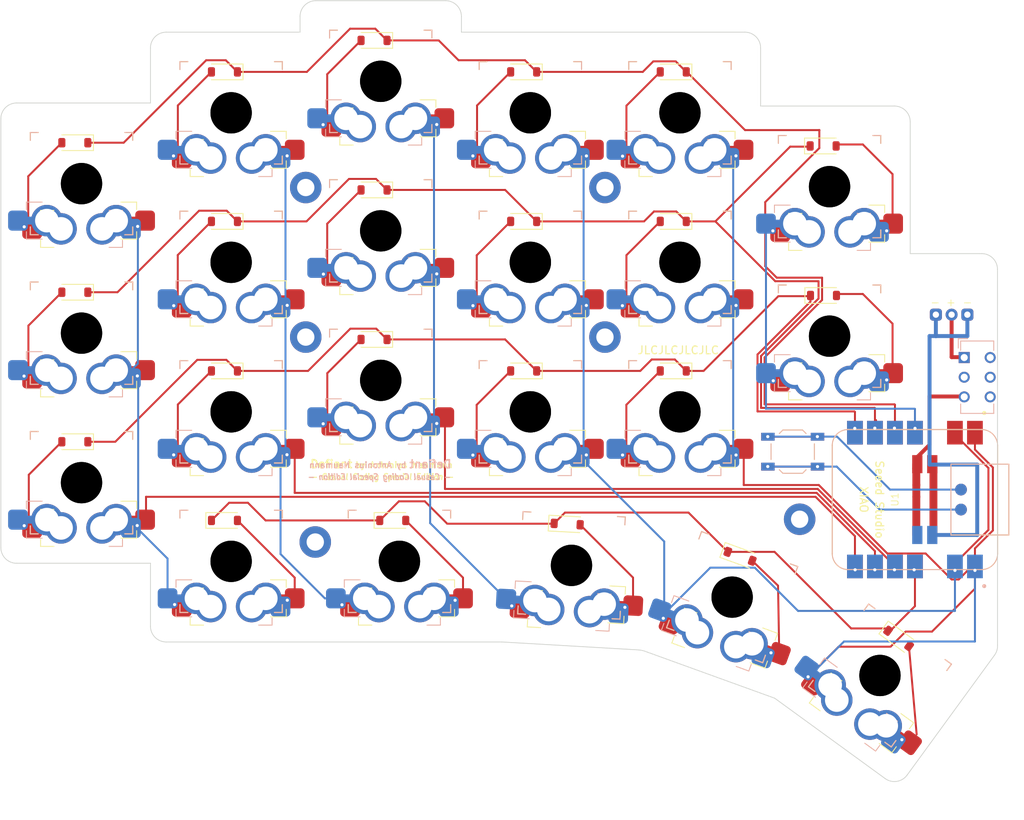
<source format=kicad_pcb>
(kicad_pcb (version 20221018) (generator pcbnew)
  (title_block (title "Defiant") (date "2024-02-18") (rev "v0.1"))
  (layers (0 "F.Cu" signal) (31 "B.Cu" signal) (34 "B.Paste" user) (35 "F.Paste" user) (36 "B.SilkS" user "B.Silkscreen") (37 "F.SilkS" user "F.Silkscreen") (38 "B.Mask" user) (39 "F.Mask" user) (44 "Edge.Cuts" user))
  (net 0 "")
  (net 1 "col0")
  (net 2 "Net-(D1-A)")
  (net 3 "Net-(D2-A)")
  (net 4 "Net-(D3-A)")
  (net 5 "col1")
  (net 6 "Net-(D5-A)")
  (net 7 "Net-(D6-A)")
  (net 8 "Net-(D7-A)")
  (net 9 "col2")
  (net 10 "Net-(D9-A)")
  (net 11 "Net-(D10-A)")
  (net 12 "Net-(D11-A)")
  (net 13 "col3")
  (net 14 "Net-(D13-A)")
  (net 15 "Net-(D14-A)")
  (net 16 "Net-(D15-A)")
  (net 17 "col4")
  (net 18 "Net-(D17-A)")
  (net 19 "Net-(D18-A)")
  (net 20 "Net-(D19-A)")
  (net 21 "row0")
  (net 22 "row1")
  (net 23 "row2")
  (net 24 "row3")
  (net 25 "Net-(D4-A)")
  (net 26 "Net-(D8-A)")
  (net 27 "Net-(D12-A)")
  (net 28 "Net-(D16-A)")
  (net 29 "Net-(D20-A)")
  (net 30 "col5")
  (net 31 "Net-(D22-A)")
  (net 32 "Net-(J1-Pin_1)")
  (net 33 "Net-(J1-Pin_2)")
  (net 34 "Net-(D23-A)")
  (net 35 "Net-(U1-RESET)")
  (net 36 "Net-(SW1-Pad2)")
  (net 38 "Net-(U1-BAT+)")
  (footprint "Diode_SMD:D_SOD-123" (layer "F.Cu") (at 88.326779 104.557218 180)
    (fp_text reference "D3" hide)
    (fp_text value "D")
  )
  (footprint "Diode_SMD:D_SOD-123" (layer "F.Cu") (at 145.32678 57.557217 180)
    (fp_text reference "D13" hide)
    (fp_text value "D")
  )
  (footprint "Defiant:SW_Gateron_LowProfile_HotSwap_PTH_Reversible" (layer "F.Cu") (at 108.176779 119.757219)
    (fp_text reference "T0" hide)
    (fp_text value "SW_PUSH" hide)
  )
  (footprint "Diode_SMD:D_SOD-123" (layer "F.Cu") (at 150.852213 115.020093 -3)
    (fp_text reference "D12" hide)
    (fp_text value "D")
  )
  (footprint "Defiant:SW_Gateron_LowProfile_HotSwap_PTH_Reversible" (layer "F.Cu") (at 151.402214 120.270094 -3)
    (fp_text reference "T2" hide)
    (fp_text value "SW_PUSH" hide)
  )
  (footprint "Diode_SMD:D_SOD-123" (layer "F.Cu") (at 145.326777 76.557217 180)
    (fp_text reference "D14" hide)
    (fp_text value "D")
  )
  (footprint "Diode_SMD:D_SOD-123" (layer "F.Cu") (at 126.32678 91.557217 180)
    (fp_text reference "D11" hide)
    (fp_text value "D")
  )
  (footprint "Seeedstudio XIAO:XIAO-nRF52840-Sense-14P-2.54-21X17.8MM_Reduced_Pins" (layer "F.Cu") (at 195.020412 111.905093 -90)
    (fp_text reference "U1")
    (fp_text value "Seeed Studio XIAO BLE" hide)
  )
  (footprint "Seeedstudio XIAO:Screw Hole M2" (layer "F.Cu") (at 117.652213 91.260093)
    (fp_text reference "REF**" hide)
    (fp_text value "Screw Hole M2")
  )
  (footprint "Diode_SMD:D_SOD-123" (layer "F.Cu") (at 107.326779 95.557217 180)
    (fp_text reference "D7" hide)
    (fp_text value "D")
  )
  (footprint "Diode_SMD:D_SOD-123" (layer "F.Cu") (at 107.326778 57.557217 180)
    (fp_text reference "D5" hide)
    (fp_text value "D")
  )
  (footprint "Diode_SMD:D_SOD-123" (layer "F.Cu") (at 126.326779 72.557218 180)
    (fp_text reference "D10" hide)
    (fp_text value "D")
  )
  (footprint "Diode_SMD:D_SOD-123" (layer "F.Cu") (at 145.326778 95.557217 180)
    (fp_text reference "D15" hide)
    (fp_text value "D")
  )
  (footprint "Diode_SMD:D_SOD-123" (layer "F.Cu") (at 164.326779 57.557218 180)
    (fp_text reference "D17" hide)
    (fp_text value "D")
  )
  (footprint "" (layer "F.Cu") (at 180.377963 114.40677)
    (fp_text reference "")
    (fp_text value "")
  )
  (footprint "" (layer "F.Cu") (at 118.862214 117.300092)
    (fp_text reference "")
    (fp_text value "")
  )
  (footprint "Defiant:SW_Gateron_LowProfile_HotSwap_PTH_Reversible" (layer "F.Cu") (at 184.176784 72.140093)
    (fp_text reference "C5R2" hide)
    (fp_text value "SW_PUSH" hide)
  )
  (footprint "Diode_SMD:D_SOD-123" (layer "F.Cu") (at 128.701777 114.557218)
    (fp_text reference "D8" hide)
    (fp_text value "D")
  )
  (footprint "Defiant:SW_Gateron_LowProfile_HotSwap_PTH_Reversible" (layer "F.Cu") (at 190.577573 134.259665 -36)
    (fp_text reference "T4" hide)
    (fp_text value "SW_PUSH" hide)
  )
  (footprint "Defiant:SW_Gateron_LowProfile_HotSwap_PTH_Reversible" (layer "F.Cu") (at 129.551779 119.757218)
    (fp_text reference "T1" hide)
    (fp_text value "SW_PUSH" hide)
  )
  (footprint "Diode_SMD:D_SOD-123" (layer "F.Cu") (at 107.326779 114.557217)
    (fp_text reference "D4" hide)
    (fp_text value "D")
  )
  (footprint "Diode_SMD:D_SOD-123" (layer "F.Cu") (at 126.326778 53.557219 180)
    (fp_text reference "D9" hide)
    (fp_text value "D")
  )
  (footprint "Seeedstudio XIAO:Screw Hole M2" (layer "F.Cu") (at 155.652214 72.250093)
    (fp_text reference "REF**" hide)
    (fp_text value "Screw Hole M2")
  )
  (footprint "Button_Switch_SMD:SW_SPST_TL3342" (layer "F.Cu") (at 179.497963 105.81677)
    (fp_text reference "SW1" hide)
    (fp_text value "SW_Push")
  )
  (footprint "Diode_SMD:D_SOD-123" (layer "F.Cu") (at 88.326778 85.557218 180)
    (fp_text reference "D2" hide)
    (fp_text value "D")
  )
  (footprint "Diode_SMD:D_SOD-123" (layer "F.Cu") (at 183.361783 66.970092)
    (fp_text reference "D22" hide)
    (fp_text value "D")
  )
  (footprint "Seeedstudio XIAO:Lipo Connector" (layer "F.Cu") (at 199.677963 88.406771 180)
    (fp_text reference "J1" hide)
    (fp_text value "Conn_01x02_Pin")
  )
  (footprint "Defiant:SW_Gateron_LowProfile_HotSwap_PTH_Reversible" (layer "F.Cu") (at 171.804793 124.303461 -20)
    (fp_text reference "T3" hide)
    (fp_text value "SW_PUSH" hide)
  )
  (footprint "Diode_SMD:D_SOD-123" (layer "F.Cu") (at 192.947031 129.548197 -36)
    (fp_text reference "D20" hide)
    (fp_text value "D")
  )
  (footprint "Diode_SMD:D_SOD-123" (layer "F.Cu") (at 164.326779 95.557217 180)
    (fp_text reference "D19" hide)
    (fp_text value "D")
  )
  (footprint "Diode_SMD:D_SOD-123" (layer "F.Cu") (at 107.326779 76.557217 180)
    (fp_text reference "D6" hide)
    (fp_text value "D")
  )
  (footprint "Defiant:SW_Gateron_LowProfile_HotSwap_PTH_Reversible" (layer "F.Cu") (at 184.176785 91.140094)
    (fp_text reference "C5R3" hide)
    (fp_text value "SW_PUSH" hide)
  )
  (footprint "Diode_SMD:D_SOD-123" (layer "F.Cu") (at 183.404284 85.970093)
    (fp_text reference "D23" hide)
    (fp_text value "D")
  )
  (footprint "Diode_SMD:D_SOD-123" (layer "F.Cu") (at 164.326779 76.557216 180)
    (fp_text reference "D18" hide)
    (fp_text value "D")
  )
  (footprint "Diode_SMD:D_SOD-123" (layer "F.Cu") (at 172.804829 119.116526 -20)
    (fp_text reference "D16" hide)
    (fp_text value "D")
  )
  (footprint "Seeedstudio XIAO:Screw Hole M2" (layer "F.Cu") (at 117.652214 72.250093)
    (fp_text reference "REF**" hide)
    (fp_text value "Screw Hole M2")
  )
  (footprint "Seeedstudio XIAO:Screw Hole M2" (layer "F.Cu") (at 155.652214 91.260092)
    (fp_text reference "REF**" hide)
    (fp_text value "Screw Hole M2")
  )
  (footprint "Diode_SMD:D_SOD-123" (layer "F.Cu") (at 88.326777 66.557217 180)
    (fp_text reference "D1" hide)
    (fp_text value "D")
  )
  (footprint "Defiant:SW_Gateron_LowProfile_HotSwap_PTH_Reversible" (layer "B.Cu") (at 146.176778 62.757218 180)
    (fp_text reference "C3R1" hide)
    (fp_text value "SW_PUSH" hide)
  )
  (footprint "Defiant:SW_Gateron_LowProfile_HotSwap_PTH_Reversible" (layer "B.Cu") (at 146.176778 100.757216 180)
    (fp_text reference "C3R3" hide)
    (fp_text value "SW_PUSH" hide)
  )
  (footprint "Defiant:SW_Gateron_LowProfile_HotSwap_PTH_Reversible" (layer "B.Cu") (at 127.176777 96.757217 180)
    (fp_text reference "C2R3" hide)
    (fp_text value "SW_PUSH" hide)
  )
  (footprint "Defiant:SW_Gateron_LowProfile_HotSwap_PTH_Reversible" (layer "B.Cu") (at 146.176778 81.757218 180)
    (fp_text reference "C3R2" hide)
    (fp_text value "SW_PUSH" hide)
  )
  (footprint "Defiant:SW_Gateron_LowProfile_HotSwap_PTH_Reversible" (layer "B.Cu") (at 89.176779 90.757216 180)
    (fp_text reference "C0R2" hide)
    (fp_text value "SW_PUSH" hide)
  )
  (footprint "Defiant:SW_Gateron_LowProfile_HotSwap_PTH_Reversible" (layer "B.Cu") (at 89.176778 71.757218 180)
    (fp_text reference "C0R1" hide)
    (fp_text value "SW_PUSH" hide)
  )
  (footprint "Defiant:SW_Gateron_LowProfile_HotSwap_PTH_Reversible" (layer "B.Cu") (at 89.176778 109.757217 180)
    (fp_text reference "C0R3" hide)
    (fp_text value "SW_PUSH" hide)
  )
  (footprint "Defiant:SW_Gateron_LowProfile_HotSwap_PTH_Reversible" (layer "B.Cu") (at 165.176779 81.757218 180)
    (fp_text reference "C4R2" hide)
    (fp_text value "SW_PUSH" hide)
  )
  (footprint "Defiant:SW_Gateron_LowProfile_HotSwap_PTH_Reversible" (layer "B.Cu") (at 108.176778 100.757217 180)
    (fp_text reference "C1R3" hide)
    (fp_text value "SW_PUSH" hide)
  )
  (footprint "Button_Switch_THT:SW_CuK_JS202011AQN_DPDT_Angled" (layer "B.Cu") (at 201.277964 93.85677 -90)
    (fp_text reference "SW3" hide)
    (fp_text value "SW_DP3T")
  )
  (footprint "Button_Switch_SMD:SW_SPST_TL3342" (layer "B.Cu") (at 179.497963 105.81677 180)
    (fp_text reference "SW2" hide)
    (fp_text value "SW_Push")
  )
  (footprint "Defiant:SW_Gateron_LowProfile_HotSwap_PTH_Reversible" (layer "B.Cu") (at 127.176777 77.757217 180)
    (fp_text reference "C2R2" hide)
    (fp_text value "SW_PUSH" hide)
  )
  (footprint "Defiant:SW_Gateron_LowProfile_HotSwap_PTH_Reversible" (layer "B.Cu") (at 127.176779 58.757217 180)
    (fp_text reference "C2R1" hide)
    (fp_text value "SW_PUSH" hide)
  )
  (footprint "Defiant:SW_Gateron_LowProfile_HotSwap_PTH_Reversible" (layer "B.Cu") (at 108.176779 81.757218 180)
    (fp_text reference "C1R2" hide)
    (fp_text value "SW_PUSH" hide)
  )
  (footprint "Defiant:SW_Gateron_LowProfile_HotSwap_PTH_Reversible" (layer "B.Cu") (at 165.176778 100.757217 180)
    (fp_text reference "C4R3" hide)
    (fp_text value "SW_PUSH" hide)
  )
  (footprint "Defiant:SW_Gateron_LowProfile_HotSwap_PTH_Reversible" (layer "B.Cu") (at 108.176779 62.757217 180)
    (fp_text reference "C1R1" hide)
    (fp_text value "SW_PUSH" hide)
  )
  (footprint "Defiant:SW_Gateron_LowProfile_HotSwap_PTH_Reversible" (layer "B.Cu") (at 165.176778 62.757217 180)
    (fp_text reference "C4R1" hide)
    (fp_text value "SW_PUSH" hide)
  )
  (gr_line (start 118.932214 48.510094) (end 135.422214 48.510093) (stroke (width 0.1)) (layer "Edge.Cuts"))
  (gr_line (start 194.422233 63.900074) (end 194.422214 80.650093) (stroke (width 0.1)) (layer "Edge.Cuts"))
  (gr_arc (start 173.422325 52.510093) (mid 174.836491 53.095903) (end 175.422325 54.510094) (stroke (width 0.1)) (layer "Edge.Cuts"))
  (gr_line (start 161.002214 131.280092) (end 177.21 137.15) (stroke (width 0.1)) (layer "Edge.Cuts"))
  (gr_arc (start 159.928974 131.012535) (mid 160.475858 131.105142) (end 161.002214 131.280092) (stroke (width 0.1)) (layer "Edge.Cuts"))
  (gr_line (start 175.422325 54.510094) (end 175.422325 61.900093) (stroke (width 0.1)) (layer "Edge.Cuts"))
  (gr_line (start 142.542215 130.000092) (end 159.928974 131.012535) (stroke (width 0.1)) (layer "Edge.Cuts"))
  (gr_arc (start 205.509941 130.398176) (mid 205.43 131.07) (end 205.130624 131.676718) (stroke (width 0.1)) (layer "Edge.Cuts"))
  (gr_line (start 194.422214 80.650093) (end 203.502214 80.650093) (stroke (width 0.1)) (layer "Edge.Cuts"))
  (gr_line (start 97.932215 54.510094) (end 97.932214 61.510093) (stroke (width 0.1)) (layer "Edge.Cuts"))
  (gr_line (start 80.932214 61.510093) (end 97.932214 61.510093) (stroke (width 0.1)) (layer "Edge.Cuts"))
  (gr_line (start 97.932215 128.000092) (end 97.932216 120.000093) (stroke (width 0.1)) (layer "Edge.Cuts"))
  (gr_arc (start 116.932214 50.510093) (mid 117.517989 49.095847) (end 118.932214 48.510094) (stroke (width 0.1)) (layer "Edge.Cuts"))
  (gr_arc (start 203.502214 80.650093) (mid 204.916358 81.235929) (end 205.502214 82.650094) (stroke (width 0.1)) (layer "Edge.Cuts"))
  (gr_arc (start 99.932215 130.000091) (mid 98.518025 129.41429) (end 97.932215 128.000092) (stroke (width 0.1)) (layer "Edge.Cuts"))
  (gr_arc (start 80.932213 120.000093) (mid 79.517964 119.41434) (end 78.932214 118.000093) (stroke (width 0.1)) (layer "Edge.Cuts"))
  (gr_arc (start 97.932215 54.510094) (mid 98.51799 53.095847) (end 99.932215 52.510093) (stroke (width 0.1)) (layer "Edge.Cuts"))
  (gr_arc (start 194.028079 146.915603) (mid 192.722904 147.715427) (end 191.234474 147.358065) (stroke (width 0.1)) (layer "Edge.Cuts"))
  (gr_line (start 78.932214 63.510094) (end 78.932214 118.000093) (stroke (width 0.1)) (layer "Edge.Cuts"))
  (gr_line (start 99.932215 52.510093) (end 116.932216 52.510094) (stroke (width 0.1)) (layer "Edge.Cuts"))
  (gr_arc (start 135.422214 48.510093) (mid 136.836451 49.095864) (end 137.422213 50.510093) (stroke (width 0.1)) (layer "Edge.Cuts"))
  (gr_line (start 173.422325 52.510093) (end 137.422213 52.510094) (stroke (width 0.1)) (layer "Edge.Cuts"))
  (gr_arc (start 78.932214 63.510094) (mid 79.518003 62.095889) (end 80.932214 61.510093) (stroke (width 0.1)) (layer "Edge.Cuts"))
  (gr_line (start 116.932214 50.510093) (end 116.932216 52.510093) (stroke (width 0.1)) (layer "Edge.Cuts"))
  (gr_line (start 99.932215 130.000091) (end 142.542215 130.000092) (stroke (width 0.1)) (layer "Edge.Cuts"))
  (gr_line (start 205.130624 131.676718) (end 194.028079 146.915603) (stroke (width 0.1)) (layer "Edge.Cuts"))
  (gr_line (start 137.422213 50.510093) (end 137.422212 52.510093) (stroke (width 0.1)) (layer "Edge.Cuts"))
  (gr_line (start 80.932213 120.000093) (end 97.932216 120.000093) (stroke (width 0.1)) (layer "Edge.Cuts"))
  (gr_arc (start 192.422233 61.900074) (mid 193.836465 62.48585) (end 194.422233 63.900074) (stroke (width 0.1)) (layer "Edge.Cuts"))
  (gr_line (start 192.422233 61.900074) (end 175.422214 61.900074) (stroke (width 0.1)) (layer "Edge.Cuts"))
  (gr_line (start 205.509941 130.398176) (end 205.502214 82.650094) (stroke (width 0.1)) (layer "Edge.Cuts"))
  (gr_line (start 191.234474 147.358065) (end 177.21 137.15) (stroke (width 0.1)) (layer "Edge.Cuts"))
  (gr_text "Defiant\n" (at 136.26 107.99) (layer "B.SilkS") (effects (font (size 1 1) (thickness 0.2) bold) (justify left bottom mirror)))
  (gr_text "by Antonius Naumann" (at 130.51 107.96) (layer "B.SilkS") (effects (font (size 0.75 0.75)) (justify left bottom mirror)))
  (gr_text "- Casual Coding Special Edition -" (at 136.19 109.47) (layer "B.SilkS") (effects (font (size 0.75 0.67) (thickness 0.15) italic) (justify left bottom mirror)))
  (gr_text "JLCJLCJLCJLC" (at 159.727963 93.50677) (layer "F.SilkS") (effects (font (size 1 1)) (justify left bottom)))
  (gr_text "by Antonius Naumann" (at 123.88 107.95) (layer "F.SilkS") (effects (font (size 0.75 0.75)) (justify left bottom)))
  (gr_text "- Casual Coding Special Edition -" (at 118.2 109.46) (layer "F.SilkS") (effects (font (size 0.75 0.67) (thickness 0.15) italic) (justify left bottom)))
  (gr_text "Defiant\n" (at 118.13 107.98) (layer "F.SilkS") (effects (font (size 1 1) (thickness 0.2) bold) (justify left bottom)))
  (segment (start 97.368434 113.340562) (end 97.368433 111.55677) (width 0.25) (layer "F.Cu") (net 1))
  (segment (start 182.405171 111.556771) (end 187.400412 116.552012) (width 0.25) (layer "F.Cu") (net 1))
  (segment (start 97.251778 113.457217) (end 97.368434 113.340562) (width 0.25) (layer "F.Cu") (net 1))
  (segment (start 97.368433 111.55677) (end 182.405171 111.556771) (width 0.25) (layer "F.Cu") (net 1))
  (segment (start 187.400412 116.552012) (end 187.400412 120.905093) (width 0.25) (layer "F.Cu") (net 1))
  (via (at 96.266778 96.197217) (size 0.8) (drill 0.4) (layers "F.Cu" "B.Cu") (net 1))
  (via (at 187.420411 120.830094) (size 0.8) (drill 0.4) (layers "F.Cu" "B.Cu") (net 1))
  (via (at 96.306778 77.197217) (size 0.8) (drill 0.4) (layers "F.Cu" "B.Cu") (net 1))
  (via (at 96.246779 115.207217) (size 0.8) (drill 0.4) (layers "F.Cu" "B.Cu") (net 1))
  (via (at 100.996778 125.247217) (size 0.8) (drill 0.4) (layers "F.Cu" "B.Cu") (net 1))
  (segment (start 95.451778 114.507217) (end 96.372214 114.507217) (width 0.25) (layer "B.Cu") (net 1))
  (segment (start 95.451777 114.757217) (end 100.101779 119.407219) (width 0.25) (layer "B.Cu") (net 1))
  (segment (start 96.372214 96.427652) (end 95.451779 95.507217) (width 0.25) (layer "B.Cu") (net 1))
  (segment (start 100.101779 119.407219) (end 100.101779 124.457219) (width 0.25) (layer "B.Cu") (net 1))
  (segment (start 95.451779 95.507217) (end 96.332214 94.626781) (width 0.25) (layer "B.Cu") (net 1))
  (segment (start 96.372214 114.507217) (end 96.372214 96.427652) (width 0.25) (layer "B.Cu") (net 1))
  (segment (start 96.332214 77.387653) (end 95.451779 76.507218) (width 0.25) (layer "B.Cu") (net 1))
  (segment (start 96.332214 94.626781) (end 96.332214 77.387653) (width 0.25) (layer "B.Cu") (net 1))
  (segment (start 82.41 70.823996) (end 82.41 77.015438) (width 0.25) (layer "F.Cu") (net 2))
  (segment (start 82.41 76.015438) (end 82.901778 76.507216) (width 0.25) (layer "F.Cu") (net 2))
  (segment (start 86.676779 66.557217) (end 82.41 70.823996) (width 0.25) (layer "F.Cu") (net 2))
  (via (at 81.896777 77.247217) (size 0.8) (drill 0.4) (layers "F.Cu" "B.Cu") (net 2))
  (segment (start 82.43 95.035438) (end 82.901779 95.507217) (width 0.25) (layer "F.Cu") (net 3))
  (segment (start 86.676779 85.557216) (end 82.43 89.803995) (width 0.25) (layer "F.Cu") (net 3))
  (segment (start 82.43 89.803995) (end 82.43 96.035438) (width 0.25) (layer "F.Cu") (net 3))
  (via (at 81.876778 96.217218) (size 0.8) (drill 0.4) (layers "F.Cu" "B.Cu") (net 3))
  (segment (start 86.676779 104.557218) (end 82.48 108.753997) (width 0.25) (layer "F.Cu") (net 4))
  (segment (start 82.48 108.753997) (end 82.48 115.085438) (width 0.25) (layer "F.Cu") (net 4))
  (segment (start 82.48 114.085438) (end 82.901779 114.507217) (width 0.25) (layer "F.Cu") (net 4))
  (via (at 81.896779 115.227217) (size 0.8) (drill 0.4) (layers "F.Cu" "B.Cu") (net 4))
  (segment (start 189.940412 118.455615) (end 189.940412 120.905093) (width 0.25) (layer "F.Cu") (net 5))
  (segment (start 182.541567 111.05677) (end 189.940412 118.455615) (width 0.25) (layer "F.Cu") (net 5))
  (segment (start 116.251777 105.457217) (end 116.251777 111.05677) (width 0.25) (layer "F.Cu") (net 5))
  (segment (start 116.251777 111.05677) (end 182.541567 111.05677) (width 0.25) (layer "F.Cu") (net 5))
  (via (at 122.251778 125.277217) (size 0.8) (drill 0.4) (layers "F.Cu" "B.Cu") (net 5))
  (via (at 189.920411 120.830093) (size 0.8) (drill 0.4) (layers "F.Cu" "B.Cu") (net 5))
  (via (at 115.286778 68.227218) (size 0.8) (drill 0.4) (layers "F.Cu" "B.Cu") (net 5))
  (via (at 115.296779 87.227217) (size 0.8) (drill 0.4) (layers "F.Cu" "B.Cu") (net 5))
  (via (at 115.266778 106.207218) (size 0.8) (drill 0.4) (layers "F.Cu" "B.Cu") (net 5))
  (segment (start 114.451778 106.507216) (end 114.451778 118.830586) (width 0.25) (layer "B.Cu") (net 5))
  (segment (start 115.08 68.520001) (end 115.08 87.52) (width 0.25) (layer "B.Cu") (net 5))
  (segment (start 120.078411 124.457218) (end 121.476778 124.457218) (width 0.25) (layer "B.Cu") (net 5))
  (segment (start 115.08 87.52) (end 115.079999 106.519999) (width 0.25) (layer "B.Cu") (net 5))
  (segment (start 114.451778 118.830586) (end 120.078411 124.457218) (width 0.25) (layer "B.Cu") (net 5))
  (segment (start 101.41 68.015438) (end 101.901779 68.507217) (width 0.25) (layer "F.Cu") (net 6))
  (segment (start 105.676779 57.557217) (end 101.41 61.823996) (width 0.25) (layer "F.Cu") (net 6))
  (segment (start 101.41 61.823996) (end 101.41 68.015438) (width 0.25) (layer "F.Cu") (net 6))
  (via (at 100.85678 68.237217) (size 0.8) (drill 0.4) (layers "F.Cu" "B.Cu") (net 6))
  (segment (start 105.676778 76.557218) (end 101.4 80.833996) (width 0.25) (layer "F.Cu") (net 7))
  (segment (start 101.4 87.005439) (end 101.901779 87.507218) (width 0.25) (layer "F.Cu") (net 7))
  (segment (start 101.4 80.833996) (end 101.4 87.005439) (width 0.25) (layer "F.Cu") (net 7))
  (via (at 100.886778 87.267216) (size 0.8) (drill 0.4) (layers "F.Cu" "B.Cu") (net 7))
  (segment (start 105.676779 95.557218) (end 101.41 99.823997) (width 0.25) (layer "F.Cu") (net 8))
  (segment (start 101.41 106.015438) (end 101.901779 106.507217) (width 0.25) (layer "F.Cu") (net 8))
  (segment (start 101.41 99.823997) (end 101.41 106.015438) (width 0.25) (layer "F.Cu") (net 8))
  (via (at 100.876778 106.227218) (size 0.8) (drill 0.4) (layers "F.Cu" "B.Cu") (net 8))
  (segment (start 135.251778 101.457216) (end 135.332215 101.537653) (width 0.25) (layer "F.Cu") (net 9))
  (segment (start 192.480412 120.35922) (end 192.480412 120.905092) (width 0.25) (layer "F.Cu") (net 9))
  (segment (start 182.677963 110.556771) (end 192.480412 120.35922) (width 0.25) (layer "F.Cu") (net 9))
  (segment (start 135.332215 101.537653) (end 135.332214 110.556769) (width 0.25) (layer "F.Cu") (net 9))
  (segment (start 135.332214 110.556769) (end 182.677963 110.556771) (width 0.25) (layer "F.Cu") (net 9))
  (via (at 134.286778 83.227216) (size 0.8) (drill 0.4) (layers "F.Cu" "B.Cu") (net 9))
  (via (at 143.812215 125.420093) (size 0.8) (drill 0.4) (layers "F.Cu" "B.Cu") (net 9))
  (via (at 134.28678 64.247217) (size 0.8) (drill 0.4) (layers "F.Cu" "B.Cu") (net 9))
  (via (at 192.420412 120.830095) (size 0.8) (drill 0.4) (layers "F.Cu" "B.Cu") (net 9))
  (via (at 134.286777 102.237217) (size 0.8) (drill 0.4) (layers "F.Cu" "B.Cu") (net 9))
  (segment (start 133.940001 64.45) (end 133.94 83.45) (width 0.25) (layer "B.Cu") (net 9))
  (segment (start 133.451778 102.507217) (end 133.451778 114.900517) (width 0.25) (layer "B.Cu") (net 9))
  (segment (start 133.451778 114.900517) (end 143.092302 124.54104) (width 0.25) (layer "B.Cu") (net 9))
  (segment (start 133.94 83.45) (end 133.939998 102.450001) (width 0.25) (layer "B.Cu") (net 9))
  (segment (start 120.38 63.985438) (end 120.901779 64.507217) (width 0.25) (layer "F.Cu") (net 10))
  (segment (start 124.676779 53.557218) (end 120.38 57.853997) (width 0.25) (layer "F.Cu") (net 10))
  (segment (start 120.38 57.853997) (end 120.38 63.985438) (width 0.25) (layer "F.Cu") (net 10))
  (via (at 119.856779 64.267219) (size 0.8) (drill 0.4) (layers "F.Cu" "B.Cu") (net 10))
  (segment (start 120.38 82.985438) (end 120.901779 83.507217) (width 0.25) (layer "F.Cu") (net 11))
  (segment (start 120.38 76.853995) (end 120.38 82.985438) (width 0.25) (layer "F.Cu") (net 11))
  (segment (start 124.676777 72.557218) (end 120.38 76.853995) (width 0.25) (layer "F.Cu") (net 11))
  (via (at 119.89678 83.257217) (size 0.8) (drill 0.4) (layers "F.Cu" "B.Cu") (net 11))
  (segment (start 120.39 101.995441) (end 120.901777 102.507218) (width 0.25) (layer "F.Cu") (net 12))
  (segment (start 124.676779 91.557216) (end 120.39 95.843995) (width 0.25) (layer "F.Cu") (net 12))
  (segment (start 120.39 95.843995) (end 120.39 101.995441) (width 0.25) (layer "F.Cu") (net 12))
  (via (at 119.866779 102.277217) (size 0.8) (drill 0.4) (layers "F.Cu" "B.Cu") (net 12))
  (segment (start 200.100411 103.64649) (end 204.352215 107.898291) (width 0.25) (layer "F.Cu") (net 13))
  (segment (start 200.100412 120.013699) (end 200.100411 120.905092) (width 0.25) (layer "F.Cu") (net 13))
  (segment (start 200.100412 102.905094) (end 200.100411 103.64649) (width 0.25) (layer "F.Cu") (net 13))
  (segment (start 204.352215 107.898291) (end 204.352214 115.761895) (width 0.25) (layer "F.Cu") (net 13))
  (segment (start 204.352214 115.761895) (end 200.100412 120.013699) (width 0.25) (layer "F.Cu") (net 13))
  (via (at 163.06046 126.996476) (size 0.8) (drill 0.4) (layers "F.Cu" "B.Cu") (net 13))
  (via (at 153.28678 87.237217) (size 0.8) (drill 0.4) (layers "F.Cu" "B.Cu") (net 13))
  (via (at 153.296778 68.237218) (size 0.8) (drill 0.4) (layers "F.Cu" "B.Cu") (net 13))
  (via (at 153.286781 106.237218) (size 0.8) (drill 0.4) (layers "F.Cu" "B.Cu") (net 13))
  (via (at 200.100411 120.905092) (size 0.8) (drill 0.4) (layers "F.Cu" "B.Cu") (net 13))
  (segment (start 163.361034 126.23182) (end 169.036085 120.55677) (width 0.25) (layer "B.Cu") (net 13))
  (segment (start 180.177963 126.05677) (end 200.100412 126.056769) (width 0.25) (layer "B.Cu") (net 13))
  (segment (start 152.94 87.45) (end 152.939999 106.450001) (width 0.25) (layer "B.Cu") (net 13))
  (segment (start 163.177963 126.048749) (end 163.177963 117.2334) (width 0.25) (layer "B.Cu") (net 13))
  (segment (start 200.100412 126.056769) (end 200.100412 120.905093) (width 0.25) (layer "B.Cu") (net 13))
  (segment (start 169.036085 120.55677) (end 174.677964 120.55677) (width 0.25) (layer "B.Cu") (net 13))
  (segment (start 163.177963 117.2334) (end 152.451779 106.507216) (width 0.25) (layer "B.Cu") (net 13))
  (segment (start 163.361034 126.23182) (end 163.177963 126.048749) (width 0.25) (layer "B.Cu") (net 13))
  (segment (start 152.939999 68.45) (end 152.94 87.45) (width 0.25) (layer "B.Cu") (net 13))
  (segment (start 174.677964 120.55677) (end 180.177963 126.05677) (width 0.25) (layer "B.Cu") (net 13))
  (segment (start 139.41 68.015439) (end 139.901778 68.507217) (width 0.25) (layer "F.Cu") (net 14))
  (segment (start 139.41 61.823997) (end 139.41 68.015439) (width 0.25) (layer "F.Cu") (net 14))
  (segment (start 143.676779 57.557218) (end 139.41 61.823997) (width 0.25) (layer "F.Cu") (net 14))
  (via (at 138.876778 68.237218) (size 0.8) (drill 0.4) (layers "F.Cu" "B.Cu") (net 14))
  (segment (start 143.676779 76.557217) (end 139.37 80.863996) (width 0.25) (layer "F.Cu") (net 15))
  (segment (start 139.37 80.863996) (end 139.37 86.975441) (width 0.25) (layer "F.Cu") (net 15))
  (segment (start 139.37 86.975441) (end 139.901777 87.507218) (width 0.25) (layer "F.Cu") (net 15))
  (via (at 138.886779 87.267218) (size 0.8) (drill 0.4) (layers "F.Cu" "B.Cu") (net 15))
  (segment (start 139.36 99.873994) (end 143.676778 95.557216) (width 0.25) (layer "F.Cu") (net 16))
  (segment (start 139.36 105.965438) (end 139.36 99.873994) (width 0.25) (layer "F.Cu") (net 16))
  (segment (start 139.901778 106.507216) (end 139.36 105.965438) (width 0.25) (layer "F.Cu") (net 16))
  (via (at 138.876779 106.257217) (size 0.8) (drill 0.4) (layers "F.Cu" "B.Cu") (net 16))
  (segment (start 199.677963 122.056769) (end 196.377962 118.75677) (width 0.25) (layer "F.Cu") (net 17))
  (segment (start 202.640411 120.905094) (end 201.729639 120.905094) (width 0.25) (layer "F.Cu") (net 17))
  (segment (start 204.920412 115.830094) (end 202.640411 118.110094) (width 0.25) (layer "F.Cu") (net 17))
  (segment (start 200.577964 122.05677) (end 199.677963 122.056769) (width 0.25) (layer "F.Cu") (net 17))
  (segment (start 182.121227 133.808775) (end 185.330002 130.6) (width 0.25) (layer "F.Cu") (net 17))
  (segment (start 202.640411 102.905094) (end 202.640411 105.550094) (width 0.25) (layer "F.Cu") (net 17))
  (segment (start 201.729639 120.905094) (end 200.577964 122.05677) (width 0.25) (layer "F.Cu") (net 17))
  (segment (start 204.920411 107.830094) (end 204.920412 115.830094) (width 0.25) (layer "F.Cu") (net 17))
  (segment (start 202.640412 123.229588) (end 202.640412 121.24784) (width 0.25) (layer "F.Cu") (net 17))
  (segment (start 185.330002 130.6) (end 191.925596 130.6) (width 0.25) (layer "F.Cu") (net 17))
  (segment (start 173.277964 105.483402) (end 173.251779 105.457216) (width 0.25) (layer "F.Cu") (net 17))
  (segment (start 202.640411 118.110094) (end 202.640411 120.905094) (width 0.25) (layer "F.Cu") (net 17))
  (segment (start 173.277964 110.05677) (end 173.277964 105.483402) (width 0.25) (layer "F.Cu") (net 17))
  (segment (start 182.814358 110.056769) (end 173.277964 110.05677) (width 0.25) (layer "F.Cu") (net 17))
  (segment (start 196.377962 118.75677) (end 191.514359 118.756771) (width 0.25) (layer "F.Cu") (net 17))
  (segment (start 183.034784 135.614335) (end 183.034784 134.199948) (width 0.25) (layer "F.Cu") (net 17))
  (segment (start 197.19 128.68) (end 202.640412 123.229588) (width 0.25) (layer "F.Cu") (net 17))
  (segment (start 193.845596 128.68) (end 197.19 128.68) (width 0.25) (layer "F.Cu") (net 17))
  (segment (start 191.925596 130.6) (end 193.845596 128.68) (width 0.25) (layer "F.Cu") (net 17))
  (segment (start 191.514359 118.756771) (end 182.814358 110.056769) (width 0.25) (layer "F.Cu") (net 17))
  (segment (start 202.640411 105.550094) (end 204.920411 107.830094) (width 0.25) (layer "F.Cu") (net 17))
  (via (at 202.640411 120.905094) (size 0.8) (drill 0.4) (layers "F.Cu" "B.Cu") (net 17))
  (via (at 172.296779 87.237217) (size 0.8) (drill 0.4) (layers "F.Cu" "B.Cu") (net 17))
  (via (at 172.286779 68.227218) (size 0.8) (drill 0.4) (layers "F.Cu" "B.Cu") (net 17))
  (via (at 181.448656 134.42892) (size 0.8) (drill 0.4) (layers "F.Cu" "B.Cu") (net 17))
  (via (at 172.296778 106.247217) (size 0.8) (drill 0.4) (layers "F.Cu" "B.Cu") (net 17))
  (segment (start 182.52788 133.706852) (end 182.195728 133.706853) (width 0.25) (layer "B.Cu") (net 17))
  (segment (start 171.94 68.489999) (end 171.939999 87.49) (width 0.25) (layer "B.Cu") (net 17))
  (segment (start 202.640412 120.905093) (end 202.640412 129.939588) (width 0.25) (layer "B.Cu") (net 17))
  (segment (start 202.640037 129.939213) (end 186.01616 129.939213) (width 0.25) (layer "B.Cu") (net 17))
  (segment (start 186.01616 129.939213) (end 182.366076 133.589295) (width 0.25) (layer "B.Cu") (net 17))
  (segment (start 171.939999 87.49) (end 171.939999 106.489999) (width 0.25) (layer "B.Cu") (net 17))
  (segment (start 162.676779 57.557218) (end 158.38 61.853997) (width 0.25) (layer "F.Cu") (net 18))
  (segment (start 158.38 67.985437) (end 158.90178 68.507217) (width 0.25) (layer "F.Cu") (net 18))
  (segment (start 158.38 61.853997) (end 158.38 67.985437) (width 0.25) (layer "F.Cu") (net 18))
  (via (at 157.88678 68.267217) (size 0.8) (drill 0.4) (layers "F.Cu" "B.Cu") (net 18))
  (segment (start 162.676778 76.557218) (end 158.38 80.853996) (width 0.25) (layer "F.Cu") (net 19))
  (segment (start 158.38 80.853996) (end 158.38 86.98544) (width 0.25) (layer "F.Cu") (net 19))
  (segment (start 158.38 86.98544) (end 158.901778 87.507218) (width 0.25) (layer "F.Cu") (net 19))
  (via (at 157.866779 87.267218) (size 0.8) (drill 0.4) (layers "F.Cu" "B.Cu") (net 19))
  (segment (start 158.37 99.863996) (end 162.67678 95.557216) (width 0.25) (layer "F.Cu") (net 20))
  (segment (start 158.901778 106.507218) (end 158.37 105.97544) (width 0.25) (layer "F.Cu") (net 20))
  (segment (start 158.37 105.97544) (end 158.37 99.863996) (width 0.25) (layer "F.Cu") (net 20))
  (via (at 157.886779 106.247218) (size 0.8) (drill 0.4) (layers "F.Cu" "B.Cu") (net 20))
  (segment (start 123.28678 52.067217) (end 117.796778 57.557218) (width 0.25) (layer "F.Cu") (net 21))
  (segment (start 192.480412 99.859219) (end 192.480413 102.905093) (width 0.25) (layer "F.Cu") (net 21))
  (segment (start 176.007963 82.251268) (end 177.463465 83.70677) (width 0.25) (layer "F.Cu") (net 21))
  (segment (start 161.796778 56.217217) (end 160.456778 57.557217) (width 0.25) (layer "F.Cu") (net 21))
  (segment (start 127.976779 53.557217) (end 126.486779 52.067216) (width 0.25) (layer "F.Cu") (net 21))
  (segment (start 134.53678 53.557217) (end 127.976779 53.557217) (width 0.25) (layer "F.Cu") (net 21))
  (segment (start 108.976778 57.557218) (end 107.496779 56.077216) (width 0.25) (layer "F.Cu") (net 21))
  (segment (start 166.043505 57.557217) (end 173.442214 64.955927) (width 0.25) (layer "F.Cu") (net 21))
  (segment (start 165.976778 57.557216) (end 164.636779 56.217216) (width 0.25) (layer "F.Cu") (net 21))
  (segment (start 105.006778 56.077217) (end 94.526778 66.557217) (width 0.25) (layer "F.Cu") (net 21))
  (segment (start 137.056779 56.077218) (end 134.53678 53.557217) (width 0.25) (layer "F.Cu") (net 21))
  (segment (start 145.496779 56.077218) (end 137.056779 56.077218) (width 0.25) (layer "F.Cu") (net 21))
  (segment (start 183.227963 86.543166) (end 175.927963 93.843166) (width 0.25) (layer "F.Cu") (net 21))
  (segment (start 146.976779 57.557218) (end 145.496779 56.077218) (width 0.25) (layer "F.Cu") (net 21))
  (segment (start 175.927962 99.806769) (end 192.427963 99.80677) (width 0.25) (layer "F.Cu") (net 21))
  (segment (start 117.796778 57.557218) (end 108.976778 57.557218) (width 0.25) (layer "F.Cu") (net 21))
  (segment (start 94.526778 66.557217) (end 89.976777 66.557217) (width 0.25) (layer "F.Cu") (net 21))
  (segment (start 177.463465 83.70677) (end 183.227963 83.70677) (width 0.25) (layer "F.Cu") (net 21))
  (segment (start 173.442214 64.955927) (end 182.87712 64.955926) (width 0.25) (layer "F.Cu") (net 21))
  (segment (start 164.636779 56.217216) (end 161.796778 56.217217) (width 0.25) (layer "F.Cu") (net 21))
  (segment (start 183.227963 83.70677) (end 183.227963 86.543166) (width 0.25) (layer "F.Cu") (net 21))
  (segment (start 192.427963 99.80677) (end 192.480412 99.859219) (width 0.25) (layer "F.Cu") (net 21))
  (segment (start 175.927963 93.843166) (end 175.927962 99.806769) (width 0.25) (layer "F.Cu") (net 21))
  (segment (start 182.877963 67.23677) (end 176.007963 74.10677) (width 0.25) (layer "F.Cu") (net 21))
  (segment (start 182.87712 64.955926) (end 182.877963 64.95677) (width 0.25) (layer "F.Cu") (net 21))
  (segment (start 126.486779 52.067216) (end 123.28678 52.067217) (width 0.25) (layer "F.Cu") (net 21))
  (segment (start 176.007963 74.10677) (end 176.007963 82.251268) (width 0.25) (layer "F.Cu") (net 21))
  (segment (start 107.496779 56.077216) (end 105.006778 56.077217) (width 0.25) (layer "F.Cu") (net 21))
  (segment (start 165.976779 57.557218) (end 166.043505 57.557217) (width 0.25) (layer "F.Cu") (net 21))
  (segment (start 182.877963 64.95677) (end 182.877963 67.23677) (width 0.25) (layer "F.Cu") (net 21))
  (segment (start 160.456778 57.557217) (end 146.976779 57.557218) (width 0.25) (layer "F.Cu") (net 21))
  (via (at 192.420411 102.830094) (size 0.8) (drill 0.4) (layers "F.Cu" "B.Cu") (net 21))
  (segment (start 179.177963 67.05677) (end 181.625107 67.05677) (width 0.25) (layer "F.Cu") (net 22))
  (segment (start 160.616779 76.557218) (end 161.87678 75.297217) (width 0.25) (layer "F.Cu") (net 22))
  (segment (start 108.976779 76.557216) (end 107.616778 75.197217) (width 0.25) (layer "F.Cu") (net 22))
  (segment (start 127.976779 72.557218) (end 142.976779 72.557218) (width 0.25) (layer "F.Cu") (net 22))
  (segment (start 182.777963 84.15677) (end 182.777963 86.356769) (width 0.25) (layer "F.Cu") (net 22))
  (segment (start 165.976779 76.557217) (end 169.677516 76.557217) (width 0.25) (layer "F.Cu") (net 22))
  (segment (start 123.146778 71.157217) (end 117.746779 76.557217) (width 0.25) (layer "F.Cu") (net 22))
  (segment (start 117.746779 76.557217) (end 108.976779 76.557216) (width 0.25) (layer "F.Cu") (net 22))
  (segment (start 169.677516 76.557217) (end 177.277069 84.15677) (width 0.25) (layer "F.Cu") (net 22))
  (segment (start 127.976779 72.557218) (end 126.576779 71.157217) (width 0.25) (layer "F.Cu") (net 22))
  (segment (start 189.902861 100.25677) (end 189.940413 100.294321) (width 0.25) (layer "F.Cu") (net 22))
  (segment (start 190.082215 103.300094) (end 190.082215 101.804336) (width 0.25) (layer "F.Cu") (net 22))
  (segment (start 164.716779 75.297217) (end 165.976779 76.557218) (width 0.25) (layer "F.Cu") (net 22))
  (segment (start 107.616778 75.197217) (end 104.10678 75.197217) (width 0.25) (layer "F.Cu") (net 22))
  (segment (start 177.277069 84.15677) (end 182.777963 84.15677) (width 0.25) (layer "F.Cu") (net 22))
  (segment (start 182.777963 86.356769) (end 175.477964 93.656769) (width 0.25) (layer "F.Cu") (net 22))
  (segment (start 169.677516 76.557217) (end 179.177963 67.05677) (width 0.25) (layer "F.Cu") (net 22))
  (segment (start 146.976778 76.557217) (end 160.616779 76.557218) (width 0.25) (layer "F.Cu") (net 22))
  (segment (start 175.477964 100.25677) (end 189.902861 100.25677) (width 0.25) (layer "F.Cu") (net 22))
  (segment (start 189.940413 100.294321) (end 189.940412 102.905092) (width 0.25) (layer "F.Cu") (net 22))
  (segment (start 175.477964 93.656769) (end 175.477964 100.25677) (width 0.25) (layer "F.Cu") (net 22))
  (segment (start 104.10678 75.197217) (end 93.746779 85.557218) (width 0.25) (layer "F.Cu") (net 22))
  (segment (start 126.576779 71.157217) (end 123.146778 71.157217) (width 0.25) (layer "F.Cu") (net 22))
  (segment (start 161.87678 75.297217) (end 164.716779 75.297217) (width 0.25) (layer "F.Cu") (net 22))
  (segment (start 142.976779 72.557218) (end 146.976778 76.557217) (width 0.25) (layer "F.Cu") (net 22))
  (segment (start 93.746779 85.557218) (end 89.976778 85.557218) (width 0.25) (layer "F.Cu") (net 22))
  (segment (start 181.625107 67.05677) (end 181.711783 66.970093) (width 0.25) (layer "F.Cu") (net 22))
  (via (at 189.920411 102.830093) (size 0.8) (drill 0.4) (layers "F.Cu" "B.Cu") (net 22))
  (segment (start 175.037963 100.70677) (end 187.337963 100.706769) (width 0.25) (layer "F.Cu") (net 23))
  (segment (start 168.177963 95.556769) (end 165.977226 95.55677) (width 0.25) (layer "F.Cu") (net 23))
  (segment (start 165.976779 95.557217) (end 164.526778 94.107218) (width 0.25) (layer "F.Cu") (net 23))
  (segment (start 165.977226 95.55677) (end 165.97678 95.557218) (width 0.25) (layer "F.Cu") (net 23))
  (segment (start 187.337963 100.706769) (end 187.400412 100.769218) (width 0.25) (layer "F.Cu") (net 23))
  (segment (start 160.136779 95.557217) (end 146.976778 95.557218) (width 0.25) (layer "F.Cu") (net 23))
  (segment (start 107.566778 94.147218) (end 103.876778 94.147217) (width 0.25) (layer "F.Cu") (net 23))
  (segment (start 181.754284 86.744053) (end 175.027963 93.470373) (width 0.25) (layer "F.Cu") (net 23))
  (segment (start 127.976778 91.557218) (end 126.606777 90.187219) (width 0.25) (layer "F.Cu") (net 23))
  (segment (start 187.400413 102.879219) (end 187.400412 102.905093) (width 0.25) (layer "F.Cu") (net 23))
  (segment (start 187.400412 100.769218) (end 187.400412 102.834321) (width 0.25) (layer "F.Cu") (net 23))
  (segment (start 146.976778 95.557218) (end 142.976778 91.557218) (width 0.25) (layer "F.Cu") (net 23))
  (segment (start 123.316777 90.187217) (end 117.946779 95.557217) (width 0.25) (layer "F.Cu") (net 23))
  (segment (start 117.946779 95.557217) (end 108.976779 95.557218) (width 0.25) (layer "F.Cu") (net 23))
  (segment (start 93.466777 104.557218) (end 89.976779 104.557218) (width 0.25) (layer "F.Cu") (net 23))
  (segment (start 181.667607 86.05677) (end 177.677964 86.05677) (width 0.25) (layer "F.Cu") (net 23))
  (segment (start 108.976779 95.557218) (end 107.566778 94.147218) (width 0.25) (layer "F.Cu") (net 23))
  (segment (start 187.400412 102.834321) (end 187.377963 102.85677) (width 0.25) (layer "F.Cu") (net 23))
  (segment (start 142.976778 91.557218) (end 127.976778 91.557218) (width 0.25) (layer "F.Cu") (net 23))
  (segment (start 181.754284 85.970092) (end 181.754284 86.744053) (width 0.25) (layer "F.Cu") (net 23))
  (segment (start 181.777963 85.993772) (end 181.754284 85.970092) (width 0.25) (layer "F.Cu") (net 23))
  (segment (start 175.027963 100.696769) (end 175.037963 100.70677) (width 0.25) (layer "F.Cu") (net 23))
  (segment (start 126.606777 90.187219) (end 123.316777 90.187217) (width 0.25) (layer "F.Cu") (net 23))
  (segment (start 164.526778 94.107218) (end 161.586779 94.107218) (width 0.25) (layer "F.Cu") (net 23))
  (segment (start 175.027963 93.470373) (end 175.027963 100.696769) (width 0.25) (layer "F.Cu") (net 23))
  (segment (start 187.377963 102.85677) (end 187.400413 102.879219) (width 0.25) (layer "F.Cu") (net 23))
  (segment (start 103.876778 94.147217) (end 93.466777 104.557218) (width 0.25) (layer "F.Cu") (net 23))
  (segment (start 161.586779 94.107218) (end 160.136779 95.557217) (width 0.25) (layer "F.Cu") (net 23))
  (segment (start 177.677964 86.05677) (end 168.177963 95.556769) (width 0.25) (layer "F.Cu") (net 23))
  (via (at 187.377963 102.85677) (size 0.8) (drill 0.4) (layers "F.Cu" "B.Cu") (net 23))
  (segment (start 191.773955 128.695908) (end 195.020412 125.449451) (width 0.25) (layer "F.Cu") (net 24))
  (segment (start 171.254336 118.552193) (end 177.195248 118.552193) (width 0.25) (layer "F.Cu") (net 24))
  (segment (start 195.020412 125.449451) (end 195.020412 120.905093) (width 0.25) (layer "F.Cu") (net 24))
  (segment (start 186.926209 128.283154) (end 191.361202 128.283154) (width 0.25) (layer "F.Cu") (net 24))
  (segment (start 129.478902 112.130093) (end 127.051778 114.557218) (width 0.25) (layer "F.Cu") (net 24))
  (segment (start 112.54934 114.557218) (end 127.051778 114.557218) (width 0.25) (layer "F.Cu") (net 24))
  (segment (start 112.54934 114.557218) (end 110.302214 112.310092) (width 0.25) (layer "F.Cu") (net 24))
  (segment (start 132.777214 112.130093) (end 129.478902 112.130093) (width 0.25) (layer "F.Cu") (net 24))
  (segment (start 135.617984 114.970863) (end 132.777214 112.130093) (width 0.25) (layer "F.Cu") (net 24))
  (segment (start 177.195248 118.552193) (end 186.926209 128.283154) (width 0.25) (layer "F.Cu") (net 24))
  (segment (start 150.581444 113.55677) (end 166.258914 113.55677) (width 0.25) (layer "F.Cu") (net 24))
  (segment (start 107.923902 112.310093) (end 105.676779 114.557217) (width 0.25) (layer "F.Cu") (net 24))
  (segment (start 135.617984 114.970863) (end 149.16735 114.970863) (width 0.25) (layer "F.Cu") (net 24))
  (segment (start 110.302214 112.310092) (end 107.923902 112.310093) (width 0.25) (layer "F.Cu") (net 24))
  (segment (start 149.16735 114.970863) (end 149.204474 114.933739) (width 0.25) (layer "F.Cu") (net 24))
  (segment (start 166.258914 113.556771) (end 171.254336 118.552193) (width 0.25) (layer "F.Cu") (net 24))
  (segment (start 149.204474 114.933739) (end 150.581444 113.55677) (width 0.25) (layer "F.Cu") (net 24))
  (via (at 194.920411 120.830094) (size 0.8) (drill 0.4) (layers "F.Cu" "B.Cu") (net 24))
  (segment (start 108.976779 114.557218) (end 116.251778 121.832217) (width 0.25) (layer "F.Cu") (net 25))
  (segment (start 116.251778 121.832217) (end 116.251779 124.457217) (width 0.25) (layer "F.Cu") (net 25))
  (via (at 115.306779 124.697216) (size 0.8) (drill 0.4) (layers "F.Cu" "B.Cu") (net 25))
  (segment (start 137.626778 121.832217) (end 137.626779 124.457217) (width 0.25) (layer "F.Cu") (net 26))
  (segment (start 130.351778 114.557217) (end 137.626778 121.832217) (width 0.25) (layer "F.Cu") (net 26))
  (via (at 136.62178 124.707217) (size 0.8) (drill 0.4) (layers "F.Cu" "B.Cu") (net 26))
  (segment (start 152.499952 115.106447) (end 159.220168 121.826663) (width 0.25) (layer "F.Cu") (net 27))
  (segment (start 159.220168 121.826663) (end 159.220168 125.386265) (width 0.25) (layer "F.Cu") (net 27))
  (via (at 158.182214 125.600093) (size 0.8) (drill 0.4) (layers "F.Cu" "B.Cu") (net 27))
  (segment (start 174.355323 119.680858) (end 177.634605 122.847626) (width 0.25) (layer "F.Cu") (net 28))
  (segment (start 177.634605 122.847626) (end 177.785317 131.481829) (width 0.25) (layer "F.Cu") (net 28))
  (via (at 176.73902 131.37842) (size 0.8) (drill 0.4) (layers "F.Cu" "B.Cu") (net 28))
  (segment (start 194.258934 130.54542) (end 195.238898 141.746439) (width 0.25) (layer "F.Cu") (net 29))
  (via (at 193.360553 142.421144) (size 0.8) (drill 0.4) (layers "F.Cu" "B.Cu") (net 29))
  (via (at 195.027963 102.85677) (size 0.8) (drill 0.4) (layers "F.Cu" "B.Cu") (net 30))
  (via (at 176.977964 77.756769) (size 0.8) (drill 0.4) (layers "F.Cu" "B.Cu") (net 30))
  (via (at 177.027963 96.80677) (size 0.8) (drill 0.4) (layers "F.Cu" "B.Cu") (net 30))
  (segment (start 176.077963 100.35677) (end 194.977963 100.356769) (width 0.25) (layer "B.Cu") (net 30))
  (segment (start 195.027963 102.85677) (end 195.020412 102.864321) (width 0.25) (layer "B.Cu") (net 30))
  (segment (start 195.020412 102.849219) (end 195.027963 102.85677) (width 0.25) (layer "B.Cu") (net 30))
  (segment (start 176.101783 95.840093) (end 176.101784 100.332949) (width 0.25) (layer "B.Cu") (net 30))
  (segment (start 176.101784 100.332949) (end 176.077963 100.35677) (width 0.25) (layer "B.Cu") (net 30))
  (segment (start 195.020412 100.399219) (end 195.020412 102.849219) (width 0.25) (layer "B.Cu") (net 30))
  (segment (start 194.977963 100.356769) (end 195.020412 100.399219) (width 0.25) (layer "B.Cu") (net 30))
  (segment (start 195.020412 102.864321) (end 195.020412 102.905093) (width 0.25) (layer "B.Cu") (net 30))
  (segment (start 176.101784 76.840093) (end 176.101783 95.840093) (width 0.25) (layer "B.Cu") (net 30))
  (segment (start 192.177963 77.731771) (end 192.177963 70.556769) (width 0.25) (layer "F.Cu") (net 31))
  (segment (start 185.200108 66.781769) (end 185.011784 66.970093) (width 0.25) (layer "F.Cu") (net 31))
  (segment (start 188.402962 66.781768) (end 185.200108 66.781769) (width 0.25) (layer "F.Cu") (net 31))
  (segment (start 192.177963 70.556769) (end 188.402962 66.781768) (width 0.25) (layer "F.Cu") (net 31))
  (via (at 191.427963 77.756769) (size 0.8) (drill 0.4) (layers "F.Cu" "B.Cu") (net 31))
  (segment (start 197.370412 107.405094) (end 197.370411 116.405092) (width 1) (layer "F.Cu") (net 32))
  (segment (start 196.877964 107.46) (end 202.93 107.46) (width 0.5) (layer "B.Cu") (net 32))
  (segment (start 197.677963 91.126769) (end 197.677963 88.40677) (width 0.5) (layer "B.Cu") (net 32))
  (segment (start 202.93 107.46) (end 202.93 116.405093) (width 0.5) (layer "B.Cu") (net 32))
  (segment (start 197.677963 91.126769) (end 196.877963 91.12677) (width 0.5) (layer "B.Cu") (net 32))
  (segment (start 202.93 116.405093) (end 197.220412 116.405093) (width 0.5) (layer "B.Cu") (net 32))
  (segment (start 196.877963 91.12677) (end 196.877964 107.46) (width 0.5) (layer "B.Cu") (net 32))
  (segment (start 197.677963 91.126769) (end 201.677964 91.12677) (width 0.5) (layer "B.Cu") (net 32))
  (segment (start 201.677964 91.12677) (end 201.677963 88.40677) (width 0.5) (layer "B.Cu") (net 32))
  (segment (start 199.677962 93.80677) (end 199.677963 88.406771) (width 0.5) (layer "F.Cu") (net 33))
  (segment (start 201.127963 93.80677) (end 199.677962 93.80677) (width 0.5) (layer "F.Cu") (net 33))
  (segment (start 201.277963 93.95677) (end 201.127963 93.80677) (width 0.5) (layer "F.Cu") (net 33))
  (segment (start 192.177963 96.731771) (end 192.177963 89.556769) (width 0.25) (layer "F.Cu") (net 34))
  (segment (start 188.402962 85.781768) (end 185.242608 85.781769) (width 0.25) (layer "F.Cu") (net 34))
  (segment (start 185.242608 85.781769) (end 185.054284 85.970093) (width 0.25) (layer "F.Cu") (net 34))
  (segment (start 192.177963 89.556769) (end 188.402962 85.781768) (width 0.25) (layer "F.Cu") (net 34))
  (via (at 191.427963 96.70677) (size 0.8) (drill 0.4) (layers "F.Cu" "B.Cu") (net 34))
  (segment (start 176.347963 103.91677) (end 182.617963 103.91677) (width 0.25) (layer "F.Cu") (net 35))
  (segment (start 182.617963 103.91677) (end 182.627963 103.906771) (width 0.25) (layer "F.Cu") (net 35))
  (via (at 182.627963 103.906771) (size 0.8) (drill 0.4) (layers "F.Cu" "B.Cu") (net 35))
  (via (at 176.327963 103.90677) (size 0.8) (drill 0.4) (layers "F.Cu" "B.Cu") (net 35))
  (segment (start 185.127963 103.906769) (end 182.627963 103.906771) (width 0.25) (layer "B.Cu") (net 35))
  (segment (start 200.870412 110.635093) (end 191.856287 110.635093) (width 0.25) (layer "B.Cu") (net 35))
  (segment (start 191.856287 110.635093) (end 185.127963 103.906769) (width 0.25) (layer "B.Cu") (net 35))
  (segment (start 176.327963 103.90677) (end 182.627963 103.906771) (width 0.25) (layer "B.Cu") (net 35))
  (segment (start 176.337963 107.716769) (end 182.647963 107.716769) (width 0.25) (layer "F.Cu") (net 36))
  (segment (start 176.327963 107.706771) (end 176.337963 107.716769) (width 0.25) (layer "F.Cu") (net 36))
  (via (at 176.327963 107.706771) (size 0.8) (drill 0.4) (layers "F.Cu" "B.Cu") (net 36))
  (via (at 182.647963 107.716769) (size 0.8) (drill 0.4) (layers "F.Cu" "B.Cu") (net 36))
  (segment (start 190.546286 113.175093) (end 185.077963 107.706769) (width 0.25) (layer "B.Cu") (net 36))
  (segment (start 176.347963 107.716769) (end 182.647963 107.716769) (width 0.25) (layer "B.Cu") (net 36))
  (segment (start 200.870411 113.175095) (end 190.546286 113.175093) (width 0.25) (layer "B.Cu") (net 36))
  (segment (start 185.067963 107.716769) (end 182.647963 107.716769) (width 0.25) (layer "B.Cu") (net 36))
  (segment (start 185.077963 107.706769) (end 185.067963 107.716769) (width 0.25) (layer "B.Cu") (net 36))
  (segment (start 196.877963 104.947542) (end 196.877963 98.80677) (width 0.5) (layer "F.Cu") (net 38))
  (segment (start 195.071249 108.461408) (end 195.195411 108.428131) (width 0.25) (layer "F.Cu") (net 38))
  (segment (start 195.195412 107.405093) (end 195.195412 107.95677) (width 0.25) (layer "F.Cu") (net 38))
  (segment (start 195.320412 106.505093) (end 196.877963 104.947542) (width 0.5) (layer "F.Cu") (net 38))
  (segment (start 201.127962 98.80677) (end 201.277963 98.95677) (width 0.5) (layer "F.Cu") (net 38))
  (segment (start 195.195412 111.55677) (end 195.195411 116.405092) (width 1) (layer "F.Cu") (net 38))
  (segment (start 195.195412 107.95677) (end 195.195413 110.05677) (width 1) (layer "F.Cu") (net 38))
  (segment (start 195.195412 107.405094) (end 195.195412 107.95677) (width 1) (layer "F.Cu") (net 38))
  (segment (start 195.320412 107.405093) (end 195.320412 106.505093) (width 0.5) (layer "F.Cu") (net 38))
  (segment (start 196.877963 98.80677) (end 201.127962 98.80677) (width 0.5) (layer "F.Cu") (net 38))
  (segment (start 195.195413 110.05677) (end 195.195412 111.55677) (width 1) (layer "F.Cu") (net 38))
)
</source>
